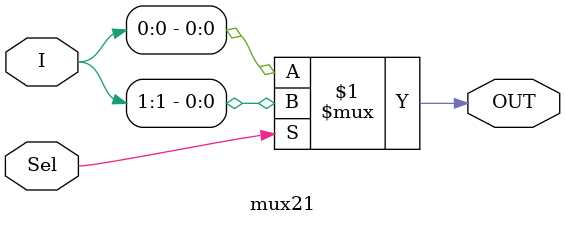
<source format=v>
module mux21 (OUT, I, Sel);
	
	output OUT;
	input [0:1] I;
	input Sel;
	assign OUT = Sel ? I[1] : I[0];
endmodule

</source>
